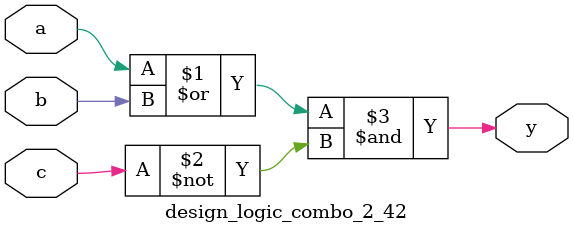
<source format=sv>
module design_logic_combo_2_42(input logic a,b,c, output logic y);
  assign y = (a | b) & (~c);
endmodule

</source>
